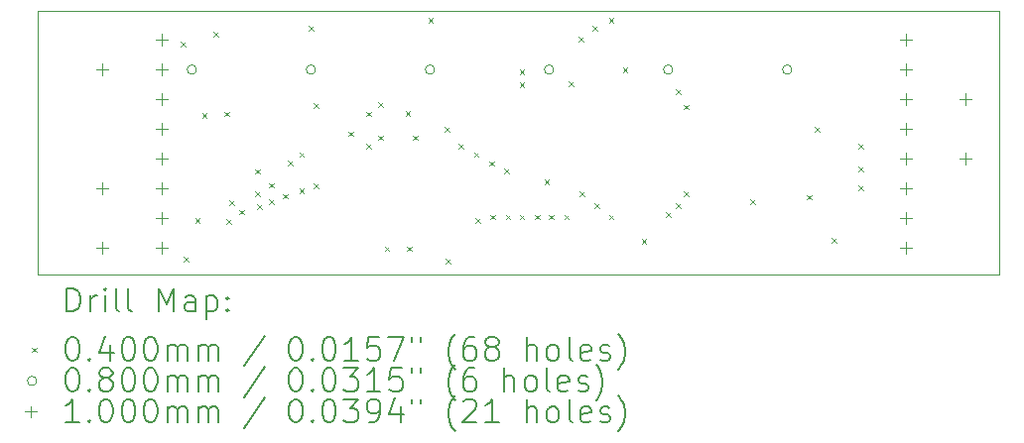
<source format=gbr>
%TF.GenerationSoftware,KiCad,Pcbnew,6.0.8-f2edbf62ab~116~ubuntu20.04.1*%
%TF.CreationDate,2022-10-06T15:56:44+01:00*%
%TF.ProjectId,slrm,736c726d-2e6b-4696-9361-645f70636258,rev?*%
%TF.SameCoordinates,Original*%
%TF.FileFunction,Drillmap*%
%TF.FilePolarity,Positive*%
%FSLAX45Y45*%
G04 Gerber Fmt 4.5, Leading zero omitted, Abs format (unit mm)*
G04 Created by KiCad (PCBNEW 6.0.8-f2edbf62ab~116~ubuntu20.04.1) date 2022-10-06 15:56:44*
%MOMM*%
%LPD*%
G01*
G04 APERTURE LIST*
%ADD10C,0.100000*%
%ADD11C,0.200000*%
%ADD12C,0.040000*%
%ADD13C,0.080000*%
G04 APERTURE END LIST*
D10*
X10873569Y-8392145D02*
X19078802Y-8392145D01*
X19078802Y-8392145D02*
X19078802Y-10640810D01*
X19078802Y-10640810D02*
X10873569Y-10640810D01*
X10873569Y-10640810D02*
X10873569Y-8392145D01*
D11*
D12*
X12099550Y-8650000D02*
X12139550Y-8690000D01*
X12139550Y-8650000D02*
X12099550Y-8690000D01*
X12120000Y-10490000D02*
X12160000Y-10530000D01*
X12160000Y-10490000D02*
X12120000Y-10530000D01*
X12220000Y-10160000D02*
X12260000Y-10200000D01*
X12260000Y-10160000D02*
X12220000Y-10200000D01*
X12280000Y-9260000D02*
X12320000Y-9300000D01*
X12320000Y-9260000D02*
X12280000Y-9300000D01*
X12380000Y-8570000D02*
X12420000Y-8610000D01*
X12420000Y-8570000D02*
X12380000Y-8610000D01*
X12470000Y-9250000D02*
X12510000Y-9290000D01*
X12510000Y-9250000D02*
X12470000Y-9290000D01*
X12490000Y-10170000D02*
X12530000Y-10210000D01*
X12530000Y-10170000D02*
X12490000Y-10210000D01*
X12514506Y-10004900D02*
X12554506Y-10044900D01*
X12554506Y-10004900D02*
X12514506Y-10044900D01*
X12600000Y-10087550D02*
X12640000Y-10127550D01*
X12640000Y-10087550D02*
X12600000Y-10127550D01*
X12730000Y-9740000D02*
X12770000Y-9780000D01*
X12770000Y-9740000D02*
X12730000Y-9780000D01*
X12730000Y-9932450D02*
X12770000Y-9972450D01*
X12770000Y-9932450D02*
X12730000Y-9972450D01*
X12750000Y-10042550D02*
X12790000Y-10082550D01*
X12790000Y-10042550D02*
X12750000Y-10082550D01*
X12850000Y-9860000D02*
X12890000Y-9900000D01*
X12890000Y-9860000D02*
X12850000Y-9900000D01*
X12850000Y-9997550D02*
X12890000Y-10037550D01*
X12890000Y-9997550D02*
X12850000Y-10037550D01*
X12970000Y-9952550D02*
X13010000Y-9992550D01*
X13010000Y-9952550D02*
X12970000Y-9992550D01*
X13010000Y-9670000D02*
X13050000Y-9710000D01*
X13050000Y-9670000D02*
X13010000Y-9710000D01*
X13110000Y-9597550D02*
X13150000Y-9637550D01*
X13150000Y-9597550D02*
X13110000Y-9637550D01*
X13110000Y-9907550D02*
X13150000Y-9947550D01*
X13150000Y-9907550D02*
X13110000Y-9947550D01*
X13190000Y-8517550D02*
X13230000Y-8557550D01*
X13230000Y-8517550D02*
X13190000Y-8557550D01*
X13230000Y-9177550D02*
X13270000Y-9217550D01*
X13270000Y-9177550D02*
X13230000Y-9217550D01*
X13230000Y-9862550D02*
X13270000Y-9902550D01*
X13270000Y-9862550D02*
X13230000Y-9902550D01*
X13530000Y-9420000D02*
X13570000Y-9460000D01*
X13570000Y-9420000D02*
X13530000Y-9460000D01*
X13680000Y-9250000D02*
X13720000Y-9290000D01*
X13720000Y-9250000D02*
X13680000Y-9290000D01*
X13680000Y-9525100D02*
X13720000Y-9565100D01*
X13720000Y-9525100D02*
X13680000Y-9565100D01*
X13780000Y-9170000D02*
X13820000Y-9210000D01*
X13820000Y-9170000D02*
X13780000Y-9210000D01*
X13780000Y-9452650D02*
X13820000Y-9492650D01*
X13820000Y-9452650D02*
X13780000Y-9492650D01*
X13838568Y-10400595D02*
X13878568Y-10440595D01*
X13878568Y-10400595D02*
X13838568Y-10440595D01*
X14015000Y-9245000D02*
X14055000Y-9285000D01*
X14055000Y-9245000D02*
X14015000Y-9285000D01*
X14030000Y-10400000D02*
X14070000Y-10440000D01*
X14070000Y-10400000D02*
X14030000Y-10440000D01*
X14080000Y-9452650D02*
X14120000Y-9492650D01*
X14120000Y-9452650D02*
X14080000Y-9492650D01*
X14210000Y-8447550D02*
X14250000Y-8487550D01*
X14250000Y-8447550D02*
X14210000Y-8487550D01*
X14350000Y-9380000D02*
X14390000Y-9420000D01*
X14390000Y-9380000D02*
X14350000Y-9420000D01*
X14360000Y-10510000D02*
X14400000Y-10550000D01*
X14400000Y-10510000D02*
X14360000Y-10550000D01*
X14470000Y-9525100D02*
X14510000Y-9565100D01*
X14510000Y-9525100D02*
X14470000Y-9565100D01*
X14600000Y-9597550D02*
X14640000Y-9637550D01*
X14640000Y-9597550D02*
X14600000Y-9637550D01*
X14610000Y-10160000D02*
X14650000Y-10200000D01*
X14650000Y-10160000D02*
X14610000Y-10200000D01*
X14730000Y-9672550D02*
X14770000Y-9712550D01*
X14770000Y-9672550D02*
X14730000Y-9712550D01*
X14740000Y-10130000D02*
X14780000Y-10170000D01*
X14780000Y-10130000D02*
X14740000Y-10170000D01*
X14860000Y-9737550D02*
X14900000Y-9777550D01*
X14900000Y-9737550D02*
X14860000Y-9777550D01*
X14870000Y-10130000D02*
X14910000Y-10170000D01*
X14910000Y-10130000D02*
X14870000Y-10170000D01*
X14990000Y-8890000D02*
X15030000Y-8930000D01*
X15030000Y-8890000D02*
X14990000Y-8930000D01*
X14990000Y-9000000D02*
X15030000Y-9040000D01*
X15030000Y-9000000D02*
X14990000Y-9040000D01*
X14990000Y-10130000D02*
X15030000Y-10170000D01*
X15030000Y-10130000D02*
X14990000Y-10170000D01*
X15120000Y-10130000D02*
X15160000Y-10170000D01*
X15160000Y-10130000D02*
X15120000Y-10170000D01*
X15200000Y-9830000D02*
X15240000Y-9870000D01*
X15240000Y-9830000D02*
X15200000Y-9870000D01*
X15240000Y-10130000D02*
X15280000Y-10170000D01*
X15280000Y-10130000D02*
X15240000Y-10170000D01*
X15370000Y-10130000D02*
X15410000Y-10170000D01*
X15410000Y-10130000D02*
X15370000Y-10170000D01*
X15410000Y-8990000D02*
X15450000Y-9030000D01*
X15450000Y-8990000D02*
X15410000Y-9030000D01*
X15490000Y-8610000D02*
X15530000Y-8650000D01*
X15530000Y-8610000D02*
X15490000Y-8650000D01*
X15500000Y-9930000D02*
X15540000Y-9970000D01*
X15540000Y-9930000D02*
X15500000Y-9970000D01*
X15610000Y-8520000D02*
X15650000Y-8560000D01*
X15650000Y-8520000D02*
X15610000Y-8560000D01*
X15630000Y-10030000D02*
X15670000Y-10070000D01*
X15670000Y-10030000D02*
X15630000Y-10070000D01*
X15750000Y-8450000D02*
X15790000Y-8490000D01*
X15790000Y-8450000D02*
X15750000Y-8490000D01*
X15750000Y-10130000D02*
X15790000Y-10170000D01*
X15790000Y-10130000D02*
X15750000Y-10170000D01*
X15870000Y-8870000D02*
X15910000Y-8910000D01*
X15910000Y-8870000D02*
X15870000Y-8910000D01*
X16030000Y-10340000D02*
X16070000Y-10380000D01*
X16070000Y-10340000D02*
X16030000Y-10380000D01*
X16240000Y-10110000D02*
X16280000Y-10150000D01*
X16280000Y-10110000D02*
X16240000Y-10150000D01*
X16320000Y-9060000D02*
X16360000Y-9100000D01*
X16360000Y-9060000D02*
X16320000Y-9100000D01*
X16320000Y-10030000D02*
X16360000Y-10070000D01*
X16360000Y-10030000D02*
X16320000Y-10070000D01*
X16392450Y-9190000D02*
X16432450Y-9230000D01*
X16432450Y-9190000D02*
X16392450Y-9230000D01*
X16392450Y-9930000D02*
X16432450Y-9970000D01*
X16432450Y-9930000D02*
X16392450Y-9970000D01*
X16960000Y-10000000D02*
X17000000Y-10040000D01*
X17000000Y-10000000D02*
X16960000Y-10040000D01*
X17440000Y-9960000D02*
X17480000Y-10000000D01*
X17480000Y-9960000D02*
X17440000Y-10000000D01*
X17510000Y-9380000D02*
X17550000Y-9420000D01*
X17550000Y-9380000D02*
X17510000Y-9420000D01*
X17650000Y-10330000D02*
X17690000Y-10370000D01*
X17690000Y-10330000D02*
X17650000Y-10370000D01*
X17880000Y-9525050D02*
X17920000Y-9565050D01*
X17920000Y-9525050D02*
X17880000Y-9565050D01*
X17880000Y-9720000D02*
X17920000Y-9760000D01*
X17920000Y-9720000D02*
X17880000Y-9760000D01*
X17880000Y-9880000D02*
X17920000Y-9920000D01*
X17920000Y-9880000D02*
X17880000Y-9920000D01*
D13*
X12232000Y-8890000D02*
G75*
G03*
X12232000Y-8890000I-40000J0D01*
G01*
X13248000Y-8890000D02*
G75*
G03*
X13248000Y-8890000I-40000J0D01*
G01*
X14264000Y-8890000D02*
G75*
G03*
X14264000Y-8890000I-40000J0D01*
G01*
X15280000Y-8890000D02*
G75*
G03*
X15280000Y-8890000I-40000J0D01*
G01*
X16296000Y-8890000D02*
G75*
G03*
X16296000Y-8890000I-40000J0D01*
G01*
X17312000Y-8890000D02*
G75*
G03*
X17312000Y-8890000I-40000J0D01*
G01*
D10*
X11430000Y-8840000D02*
X11430000Y-8940000D01*
X11380000Y-8890000D02*
X11480000Y-8890000D01*
X11430000Y-9856000D02*
X11430000Y-9956000D01*
X11380000Y-9906000D02*
X11480000Y-9906000D01*
X11430000Y-10364000D02*
X11430000Y-10464000D01*
X11380000Y-10414000D02*
X11480000Y-10414000D01*
X11938000Y-8586000D02*
X11938000Y-8686000D01*
X11888000Y-8636000D02*
X11988000Y-8636000D01*
X11938000Y-8840000D02*
X11938000Y-8940000D01*
X11888000Y-8890000D02*
X11988000Y-8890000D01*
X11938000Y-9094000D02*
X11938000Y-9194000D01*
X11888000Y-9144000D02*
X11988000Y-9144000D01*
X11938000Y-9348000D02*
X11938000Y-9448000D01*
X11888000Y-9398000D02*
X11988000Y-9398000D01*
X11938000Y-9602000D02*
X11938000Y-9702000D01*
X11888000Y-9652000D02*
X11988000Y-9652000D01*
X11938000Y-9856000D02*
X11938000Y-9956000D01*
X11888000Y-9906000D02*
X11988000Y-9906000D01*
X11938000Y-10110000D02*
X11938000Y-10210000D01*
X11888000Y-10160000D02*
X11988000Y-10160000D01*
X11938000Y-10364000D02*
X11938000Y-10464000D01*
X11888000Y-10414000D02*
X11988000Y-10414000D01*
X18288000Y-8586000D02*
X18288000Y-8686000D01*
X18238000Y-8636000D02*
X18338000Y-8636000D01*
X18288000Y-8840000D02*
X18288000Y-8940000D01*
X18238000Y-8890000D02*
X18338000Y-8890000D01*
X18288000Y-9094000D02*
X18288000Y-9194000D01*
X18238000Y-9144000D02*
X18338000Y-9144000D01*
X18288000Y-9348000D02*
X18288000Y-9448000D01*
X18238000Y-9398000D02*
X18338000Y-9398000D01*
X18288000Y-9602000D02*
X18288000Y-9702000D01*
X18238000Y-9652000D02*
X18338000Y-9652000D01*
X18288000Y-9856000D02*
X18288000Y-9956000D01*
X18238000Y-9906000D02*
X18338000Y-9906000D01*
X18288000Y-10110000D02*
X18288000Y-10210000D01*
X18238000Y-10160000D02*
X18338000Y-10160000D01*
X18288000Y-10364000D02*
X18288000Y-10464000D01*
X18238000Y-10414000D02*
X18338000Y-10414000D01*
X18796000Y-9094000D02*
X18796000Y-9194000D01*
X18746000Y-9144000D02*
X18846000Y-9144000D01*
X18796000Y-9602000D02*
X18796000Y-9702000D01*
X18746000Y-9652000D02*
X18846000Y-9652000D01*
D11*
X11126188Y-10956286D02*
X11126188Y-10756286D01*
X11173807Y-10756286D01*
X11202379Y-10765810D01*
X11221426Y-10784857D01*
X11230950Y-10803905D01*
X11240474Y-10842000D01*
X11240474Y-10870572D01*
X11230950Y-10908667D01*
X11221426Y-10927714D01*
X11202379Y-10946762D01*
X11173807Y-10956286D01*
X11126188Y-10956286D01*
X11326188Y-10956286D02*
X11326188Y-10822952D01*
X11326188Y-10861048D02*
X11335712Y-10842000D01*
X11345236Y-10832476D01*
X11364284Y-10822952D01*
X11383331Y-10822952D01*
X11449998Y-10956286D02*
X11449998Y-10822952D01*
X11449998Y-10756286D02*
X11440474Y-10765810D01*
X11449998Y-10775333D01*
X11459522Y-10765810D01*
X11449998Y-10756286D01*
X11449998Y-10775333D01*
X11573807Y-10956286D02*
X11554760Y-10946762D01*
X11545236Y-10927714D01*
X11545236Y-10756286D01*
X11678569Y-10956286D02*
X11659522Y-10946762D01*
X11649998Y-10927714D01*
X11649998Y-10756286D01*
X11907141Y-10956286D02*
X11907141Y-10756286D01*
X11973807Y-10899143D01*
X12040474Y-10756286D01*
X12040474Y-10956286D01*
X12221426Y-10956286D02*
X12221426Y-10851524D01*
X12211903Y-10832476D01*
X12192855Y-10822952D01*
X12154760Y-10822952D01*
X12135712Y-10832476D01*
X12221426Y-10946762D02*
X12202379Y-10956286D01*
X12154760Y-10956286D01*
X12135712Y-10946762D01*
X12126188Y-10927714D01*
X12126188Y-10908667D01*
X12135712Y-10889619D01*
X12154760Y-10880095D01*
X12202379Y-10880095D01*
X12221426Y-10870572D01*
X12316665Y-10822952D02*
X12316665Y-11022952D01*
X12316665Y-10832476D02*
X12335712Y-10822952D01*
X12373807Y-10822952D01*
X12392855Y-10832476D01*
X12402379Y-10842000D01*
X12411903Y-10861048D01*
X12411903Y-10918191D01*
X12402379Y-10937238D01*
X12392855Y-10946762D01*
X12373807Y-10956286D01*
X12335712Y-10956286D01*
X12316665Y-10946762D01*
X12497617Y-10937238D02*
X12507141Y-10946762D01*
X12497617Y-10956286D01*
X12488093Y-10946762D01*
X12497617Y-10937238D01*
X12497617Y-10956286D01*
X12497617Y-10832476D02*
X12507141Y-10842000D01*
X12497617Y-10851524D01*
X12488093Y-10842000D01*
X12497617Y-10832476D01*
X12497617Y-10851524D01*
D12*
X10828569Y-11265810D02*
X10868569Y-11305810D01*
X10868569Y-11265810D02*
X10828569Y-11305810D01*
D11*
X11164284Y-11176286D02*
X11183331Y-11176286D01*
X11202379Y-11185810D01*
X11211903Y-11195333D01*
X11221426Y-11214381D01*
X11230950Y-11252476D01*
X11230950Y-11300095D01*
X11221426Y-11338190D01*
X11211903Y-11357238D01*
X11202379Y-11366762D01*
X11183331Y-11376286D01*
X11164284Y-11376286D01*
X11145236Y-11366762D01*
X11135712Y-11357238D01*
X11126188Y-11338190D01*
X11116665Y-11300095D01*
X11116665Y-11252476D01*
X11126188Y-11214381D01*
X11135712Y-11195333D01*
X11145236Y-11185810D01*
X11164284Y-11176286D01*
X11316665Y-11357238D02*
X11326188Y-11366762D01*
X11316665Y-11376286D01*
X11307141Y-11366762D01*
X11316665Y-11357238D01*
X11316665Y-11376286D01*
X11497617Y-11242952D02*
X11497617Y-11376286D01*
X11449998Y-11166762D02*
X11402379Y-11309619D01*
X11526188Y-11309619D01*
X11640474Y-11176286D02*
X11659522Y-11176286D01*
X11678569Y-11185810D01*
X11688093Y-11195333D01*
X11697617Y-11214381D01*
X11707141Y-11252476D01*
X11707141Y-11300095D01*
X11697617Y-11338190D01*
X11688093Y-11357238D01*
X11678569Y-11366762D01*
X11659522Y-11376286D01*
X11640474Y-11376286D01*
X11621426Y-11366762D01*
X11611903Y-11357238D01*
X11602379Y-11338190D01*
X11592855Y-11300095D01*
X11592855Y-11252476D01*
X11602379Y-11214381D01*
X11611903Y-11195333D01*
X11621426Y-11185810D01*
X11640474Y-11176286D01*
X11830950Y-11176286D02*
X11849998Y-11176286D01*
X11869045Y-11185810D01*
X11878569Y-11195333D01*
X11888093Y-11214381D01*
X11897617Y-11252476D01*
X11897617Y-11300095D01*
X11888093Y-11338190D01*
X11878569Y-11357238D01*
X11869045Y-11366762D01*
X11849998Y-11376286D01*
X11830950Y-11376286D01*
X11811903Y-11366762D01*
X11802379Y-11357238D01*
X11792855Y-11338190D01*
X11783331Y-11300095D01*
X11783331Y-11252476D01*
X11792855Y-11214381D01*
X11802379Y-11195333D01*
X11811903Y-11185810D01*
X11830950Y-11176286D01*
X11983331Y-11376286D02*
X11983331Y-11242952D01*
X11983331Y-11262000D02*
X11992855Y-11252476D01*
X12011903Y-11242952D01*
X12040474Y-11242952D01*
X12059522Y-11252476D01*
X12069045Y-11271524D01*
X12069045Y-11376286D01*
X12069045Y-11271524D02*
X12078569Y-11252476D01*
X12097617Y-11242952D01*
X12126188Y-11242952D01*
X12145236Y-11252476D01*
X12154760Y-11271524D01*
X12154760Y-11376286D01*
X12249998Y-11376286D02*
X12249998Y-11242952D01*
X12249998Y-11262000D02*
X12259522Y-11252476D01*
X12278569Y-11242952D01*
X12307141Y-11242952D01*
X12326188Y-11252476D01*
X12335712Y-11271524D01*
X12335712Y-11376286D01*
X12335712Y-11271524D02*
X12345236Y-11252476D01*
X12364284Y-11242952D01*
X12392855Y-11242952D01*
X12411903Y-11252476D01*
X12421426Y-11271524D01*
X12421426Y-11376286D01*
X12811903Y-11166762D02*
X12640474Y-11423905D01*
X13069045Y-11176286D02*
X13088093Y-11176286D01*
X13107141Y-11185810D01*
X13116665Y-11195333D01*
X13126188Y-11214381D01*
X13135712Y-11252476D01*
X13135712Y-11300095D01*
X13126188Y-11338190D01*
X13116665Y-11357238D01*
X13107141Y-11366762D01*
X13088093Y-11376286D01*
X13069045Y-11376286D01*
X13049998Y-11366762D01*
X13040474Y-11357238D01*
X13030950Y-11338190D01*
X13021426Y-11300095D01*
X13021426Y-11252476D01*
X13030950Y-11214381D01*
X13040474Y-11195333D01*
X13049998Y-11185810D01*
X13069045Y-11176286D01*
X13221426Y-11357238D02*
X13230950Y-11366762D01*
X13221426Y-11376286D01*
X13211903Y-11366762D01*
X13221426Y-11357238D01*
X13221426Y-11376286D01*
X13354760Y-11176286D02*
X13373807Y-11176286D01*
X13392855Y-11185810D01*
X13402379Y-11195333D01*
X13411903Y-11214381D01*
X13421426Y-11252476D01*
X13421426Y-11300095D01*
X13411903Y-11338190D01*
X13402379Y-11357238D01*
X13392855Y-11366762D01*
X13373807Y-11376286D01*
X13354760Y-11376286D01*
X13335712Y-11366762D01*
X13326188Y-11357238D01*
X13316665Y-11338190D01*
X13307141Y-11300095D01*
X13307141Y-11252476D01*
X13316665Y-11214381D01*
X13326188Y-11195333D01*
X13335712Y-11185810D01*
X13354760Y-11176286D01*
X13611903Y-11376286D02*
X13497617Y-11376286D01*
X13554760Y-11376286D02*
X13554760Y-11176286D01*
X13535712Y-11204857D01*
X13516665Y-11223905D01*
X13497617Y-11233429D01*
X13792855Y-11176286D02*
X13697617Y-11176286D01*
X13688093Y-11271524D01*
X13697617Y-11262000D01*
X13716665Y-11252476D01*
X13764284Y-11252476D01*
X13783331Y-11262000D01*
X13792855Y-11271524D01*
X13802379Y-11290571D01*
X13802379Y-11338190D01*
X13792855Y-11357238D01*
X13783331Y-11366762D01*
X13764284Y-11376286D01*
X13716665Y-11376286D01*
X13697617Y-11366762D01*
X13688093Y-11357238D01*
X13869045Y-11176286D02*
X14002379Y-11176286D01*
X13916665Y-11376286D01*
X14069045Y-11176286D02*
X14069045Y-11214381D01*
X14145236Y-11176286D02*
X14145236Y-11214381D01*
X14440474Y-11452476D02*
X14430950Y-11442952D01*
X14411903Y-11414381D01*
X14402379Y-11395333D01*
X14392855Y-11366762D01*
X14383331Y-11319143D01*
X14383331Y-11281048D01*
X14392855Y-11233429D01*
X14402379Y-11204857D01*
X14411903Y-11185810D01*
X14430950Y-11157238D01*
X14440474Y-11147714D01*
X14602379Y-11176286D02*
X14564284Y-11176286D01*
X14545236Y-11185810D01*
X14535712Y-11195333D01*
X14516665Y-11223905D01*
X14507141Y-11262000D01*
X14507141Y-11338190D01*
X14516665Y-11357238D01*
X14526188Y-11366762D01*
X14545236Y-11376286D01*
X14583331Y-11376286D01*
X14602379Y-11366762D01*
X14611903Y-11357238D01*
X14621426Y-11338190D01*
X14621426Y-11290571D01*
X14611903Y-11271524D01*
X14602379Y-11262000D01*
X14583331Y-11252476D01*
X14545236Y-11252476D01*
X14526188Y-11262000D01*
X14516665Y-11271524D01*
X14507141Y-11290571D01*
X14735712Y-11262000D02*
X14716665Y-11252476D01*
X14707141Y-11242952D01*
X14697617Y-11223905D01*
X14697617Y-11214381D01*
X14707141Y-11195333D01*
X14716665Y-11185810D01*
X14735712Y-11176286D01*
X14773807Y-11176286D01*
X14792855Y-11185810D01*
X14802379Y-11195333D01*
X14811903Y-11214381D01*
X14811903Y-11223905D01*
X14802379Y-11242952D01*
X14792855Y-11252476D01*
X14773807Y-11262000D01*
X14735712Y-11262000D01*
X14716665Y-11271524D01*
X14707141Y-11281048D01*
X14697617Y-11300095D01*
X14697617Y-11338190D01*
X14707141Y-11357238D01*
X14716665Y-11366762D01*
X14735712Y-11376286D01*
X14773807Y-11376286D01*
X14792855Y-11366762D01*
X14802379Y-11357238D01*
X14811903Y-11338190D01*
X14811903Y-11300095D01*
X14802379Y-11281048D01*
X14792855Y-11271524D01*
X14773807Y-11262000D01*
X15049998Y-11376286D02*
X15049998Y-11176286D01*
X15135712Y-11376286D02*
X15135712Y-11271524D01*
X15126188Y-11252476D01*
X15107141Y-11242952D01*
X15078569Y-11242952D01*
X15059522Y-11252476D01*
X15049998Y-11262000D01*
X15259522Y-11376286D02*
X15240474Y-11366762D01*
X15230950Y-11357238D01*
X15221426Y-11338190D01*
X15221426Y-11281048D01*
X15230950Y-11262000D01*
X15240474Y-11252476D01*
X15259522Y-11242952D01*
X15288093Y-11242952D01*
X15307141Y-11252476D01*
X15316665Y-11262000D01*
X15326188Y-11281048D01*
X15326188Y-11338190D01*
X15316665Y-11357238D01*
X15307141Y-11366762D01*
X15288093Y-11376286D01*
X15259522Y-11376286D01*
X15440474Y-11376286D02*
X15421426Y-11366762D01*
X15411903Y-11347714D01*
X15411903Y-11176286D01*
X15592855Y-11366762D02*
X15573807Y-11376286D01*
X15535712Y-11376286D01*
X15516665Y-11366762D01*
X15507141Y-11347714D01*
X15507141Y-11271524D01*
X15516665Y-11252476D01*
X15535712Y-11242952D01*
X15573807Y-11242952D01*
X15592855Y-11252476D01*
X15602379Y-11271524D01*
X15602379Y-11290571D01*
X15507141Y-11309619D01*
X15678569Y-11366762D02*
X15697617Y-11376286D01*
X15735712Y-11376286D01*
X15754760Y-11366762D01*
X15764284Y-11347714D01*
X15764284Y-11338190D01*
X15754760Y-11319143D01*
X15735712Y-11309619D01*
X15707141Y-11309619D01*
X15688093Y-11300095D01*
X15678569Y-11281048D01*
X15678569Y-11271524D01*
X15688093Y-11252476D01*
X15707141Y-11242952D01*
X15735712Y-11242952D01*
X15754760Y-11252476D01*
X15830950Y-11452476D02*
X15840474Y-11442952D01*
X15859522Y-11414381D01*
X15869045Y-11395333D01*
X15878569Y-11366762D01*
X15888093Y-11319143D01*
X15888093Y-11281048D01*
X15878569Y-11233429D01*
X15869045Y-11204857D01*
X15859522Y-11185810D01*
X15840474Y-11157238D01*
X15830950Y-11147714D01*
D13*
X10868569Y-11549810D02*
G75*
G03*
X10868569Y-11549810I-40000J0D01*
G01*
D11*
X11164284Y-11440286D02*
X11183331Y-11440286D01*
X11202379Y-11449810D01*
X11211903Y-11459333D01*
X11221426Y-11478381D01*
X11230950Y-11516476D01*
X11230950Y-11564095D01*
X11221426Y-11602190D01*
X11211903Y-11621238D01*
X11202379Y-11630762D01*
X11183331Y-11640286D01*
X11164284Y-11640286D01*
X11145236Y-11630762D01*
X11135712Y-11621238D01*
X11126188Y-11602190D01*
X11116665Y-11564095D01*
X11116665Y-11516476D01*
X11126188Y-11478381D01*
X11135712Y-11459333D01*
X11145236Y-11449810D01*
X11164284Y-11440286D01*
X11316665Y-11621238D02*
X11326188Y-11630762D01*
X11316665Y-11640286D01*
X11307141Y-11630762D01*
X11316665Y-11621238D01*
X11316665Y-11640286D01*
X11440474Y-11526000D02*
X11421426Y-11516476D01*
X11411903Y-11506952D01*
X11402379Y-11487905D01*
X11402379Y-11478381D01*
X11411903Y-11459333D01*
X11421426Y-11449810D01*
X11440474Y-11440286D01*
X11478569Y-11440286D01*
X11497617Y-11449810D01*
X11507141Y-11459333D01*
X11516665Y-11478381D01*
X11516665Y-11487905D01*
X11507141Y-11506952D01*
X11497617Y-11516476D01*
X11478569Y-11526000D01*
X11440474Y-11526000D01*
X11421426Y-11535524D01*
X11411903Y-11545048D01*
X11402379Y-11564095D01*
X11402379Y-11602190D01*
X11411903Y-11621238D01*
X11421426Y-11630762D01*
X11440474Y-11640286D01*
X11478569Y-11640286D01*
X11497617Y-11630762D01*
X11507141Y-11621238D01*
X11516665Y-11602190D01*
X11516665Y-11564095D01*
X11507141Y-11545048D01*
X11497617Y-11535524D01*
X11478569Y-11526000D01*
X11640474Y-11440286D02*
X11659522Y-11440286D01*
X11678569Y-11449810D01*
X11688093Y-11459333D01*
X11697617Y-11478381D01*
X11707141Y-11516476D01*
X11707141Y-11564095D01*
X11697617Y-11602190D01*
X11688093Y-11621238D01*
X11678569Y-11630762D01*
X11659522Y-11640286D01*
X11640474Y-11640286D01*
X11621426Y-11630762D01*
X11611903Y-11621238D01*
X11602379Y-11602190D01*
X11592855Y-11564095D01*
X11592855Y-11516476D01*
X11602379Y-11478381D01*
X11611903Y-11459333D01*
X11621426Y-11449810D01*
X11640474Y-11440286D01*
X11830950Y-11440286D02*
X11849998Y-11440286D01*
X11869045Y-11449810D01*
X11878569Y-11459333D01*
X11888093Y-11478381D01*
X11897617Y-11516476D01*
X11897617Y-11564095D01*
X11888093Y-11602190D01*
X11878569Y-11621238D01*
X11869045Y-11630762D01*
X11849998Y-11640286D01*
X11830950Y-11640286D01*
X11811903Y-11630762D01*
X11802379Y-11621238D01*
X11792855Y-11602190D01*
X11783331Y-11564095D01*
X11783331Y-11516476D01*
X11792855Y-11478381D01*
X11802379Y-11459333D01*
X11811903Y-11449810D01*
X11830950Y-11440286D01*
X11983331Y-11640286D02*
X11983331Y-11506952D01*
X11983331Y-11526000D02*
X11992855Y-11516476D01*
X12011903Y-11506952D01*
X12040474Y-11506952D01*
X12059522Y-11516476D01*
X12069045Y-11535524D01*
X12069045Y-11640286D01*
X12069045Y-11535524D02*
X12078569Y-11516476D01*
X12097617Y-11506952D01*
X12126188Y-11506952D01*
X12145236Y-11516476D01*
X12154760Y-11535524D01*
X12154760Y-11640286D01*
X12249998Y-11640286D02*
X12249998Y-11506952D01*
X12249998Y-11526000D02*
X12259522Y-11516476D01*
X12278569Y-11506952D01*
X12307141Y-11506952D01*
X12326188Y-11516476D01*
X12335712Y-11535524D01*
X12335712Y-11640286D01*
X12335712Y-11535524D02*
X12345236Y-11516476D01*
X12364284Y-11506952D01*
X12392855Y-11506952D01*
X12411903Y-11516476D01*
X12421426Y-11535524D01*
X12421426Y-11640286D01*
X12811903Y-11430762D02*
X12640474Y-11687905D01*
X13069045Y-11440286D02*
X13088093Y-11440286D01*
X13107141Y-11449810D01*
X13116665Y-11459333D01*
X13126188Y-11478381D01*
X13135712Y-11516476D01*
X13135712Y-11564095D01*
X13126188Y-11602190D01*
X13116665Y-11621238D01*
X13107141Y-11630762D01*
X13088093Y-11640286D01*
X13069045Y-11640286D01*
X13049998Y-11630762D01*
X13040474Y-11621238D01*
X13030950Y-11602190D01*
X13021426Y-11564095D01*
X13021426Y-11516476D01*
X13030950Y-11478381D01*
X13040474Y-11459333D01*
X13049998Y-11449810D01*
X13069045Y-11440286D01*
X13221426Y-11621238D02*
X13230950Y-11630762D01*
X13221426Y-11640286D01*
X13211903Y-11630762D01*
X13221426Y-11621238D01*
X13221426Y-11640286D01*
X13354760Y-11440286D02*
X13373807Y-11440286D01*
X13392855Y-11449810D01*
X13402379Y-11459333D01*
X13411903Y-11478381D01*
X13421426Y-11516476D01*
X13421426Y-11564095D01*
X13411903Y-11602190D01*
X13402379Y-11621238D01*
X13392855Y-11630762D01*
X13373807Y-11640286D01*
X13354760Y-11640286D01*
X13335712Y-11630762D01*
X13326188Y-11621238D01*
X13316665Y-11602190D01*
X13307141Y-11564095D01*
X13307141Y-11516476D01*
X13316665Y-11478381D01*
X13326188Y-11459333D01*
X13335712Y-11449810D01*
X13354760Y-11440286D01*
X13488093Y-11440286D02*
X13611903Y-11440286D01*
X13545236Y-11516476D01*
X13573807Y-11516476D01*
X13592855Y-11526000D01*
X13602379Y-11535524D01*
X13611903Y-11554571D01*
X13611903Y-11602190D01*
X13602379Y-11621238D01*
X13592855Y-11630762D01*
X13573807Y-11640286D01*
X13516665Y-11640286D01*
X13497617Y-11630762D01*
X13488093Y-11621238D01*
X13802379Y-11640286D02*
X13688093Y-11640286D01*
X13745236Y-11640286D02*
X13745236Y-11440286D01*
X13726188Y-11468857D01*
X13707141Y-11487905D01*
X13688093Y-11497429D01*
X13983331Y-11440286D02*
X13888093Y-11440286D01*
X13878569Y-11535524D01*
X13888093Y-11526000D01*
X13907141Y-11516476D01*
X13954760Y-11516476D01*
X13973807Y-11526000D01*
X13983331Y-11535524D01*
X13992855Y-11554571D01*
X13992855Y-11602190D01*
X13983331Y-11621238D01*
X13973807Y-11630762D01*
X13954760Y-11640286D01*
X13907141Y-11640286D01*
X13888093Y-11630762D01*
X13878569Y-11621238D01*
X14069045Y-11440286D02*
X14069045Y-11478381D01*
X14145236Y-11440286D02*
X14145236Y-11478381D01*
X14440474Y-11716476D02*
X14430950Y-11706952D01*
X14411903Y-11678381D01*
X14402379Y-11659333D01*
X14392855Y-11630762D01*
X14383331Y-11583143D01*
X14383331Y-11545048D01*
X14392855Y-11497429D01*
X14402379Y-11468857D01*
X14411903Y-11449810D01*
X14430950Y-11421238D01*
X14440474Y-11411714D01*
X14602379Y-11440286D02*
X14564284Y-11440286D01*
X14545236Y-11449810D01*
X14535712Y-11459333D01*
X14516665Y-11487905D01*
X14507141Y-11526000D01*
X14507141Y-11602190D01*
X14516665Y-11621238D01*
X14526188Y-11630762D01*
X14545236Y-11640286D01*
X14583331Y-11640286D01*
X14602379Y-11630762D01*
X14611903Y-11621238D01*
X14621426Y-11602190D01*
X14621426Y-11554571D01*
X14611903Y-11535524D01*
X14602379Y-11526000D01*
X14583331Y-11516476D01*
X14545236Y-11516476D01*
X14526188Y-11526000D01*
X14516665Y-11535524D01*
X14507141Y-11554571D01*
X14859522Y-11640286D02*
X14859522Y-11440286D01*
X14945236Y-11640286D02*
X14945236Y-11535524D01*
X14935712Y-11516476D01*
X14916665Y-11506952D01*
X14888093Y-11506952D01*
X14869045Y-11516476D01*
X14859522Y-11526000D01*
X15069045Y-11640286D02*
X15049998Y-11630762D01*
X15040474Y-11621238D01*
X15030950Y-11602190D01*
X15030950Y-11545048D01*
X15040474Y-11526000D01*
X15049998Y-11516476D01*
X15069045Y-11506952D01*
X15097617Y-11506952D01*
X15116665Y-11516476D01*
X15126188Y-11526000D01*
X15135712Y-11545048D01*
X15135712Y-11602190D01*
X15126188Y-11621238D01*
X15116665Y-11630762D01*
X15097617Y-11640286D01*
X15069045Y-11640286D01*
X15249998Y-11640286D02*
X15230950Y-11630762D01*
X15221426Y-11611714D01*
X15221426Y-11440286D01*
X15402379Y-11630762D02*
X15383331Y-11640286D01*
X15345236Y-11640286D01*
X15326188Y-11630762D01*
X15316665Y-11611714D01*
X15316665Y-11535524D01*
X15326188Y-11516476D01*
X15345236Y-11506952D01*
X15383331Y-11506952D01*
X15402379Y-11516476D01*
X15411903Y-11535524D01*
X15411903Y-11554571D01*
X15316665Y-11573619D01*
X15488093Y-11630762D02*
X15507141Y-11640286D01*
X15545236Y-11640286D01*
X15564284Y-11630762D01*
X15573807Y-11611714D01*
X15573807Y-11602190D01*
X15564284Y-11583143D01*
X15545236Y-11573619D01*
X15516665Y-11573619D01*
X15497617Y-11564095D01*
X15488093Y-11545048D01*
X15488093Y-11535524D01*
X15497617Y-11516476D01*
X15516665Y-11506952D01*
X15545236Y-11506952D01*
X15564284Y-11516476D01*
X15640474Y-11716476D02*
X15649998Y-11706952D01*
X15669045Y-11678381D01*
X15678569Y-11659333D01*
X15688093Y-11630762D01*
X15697617Y-11583143D01*
X15697617Y-11545048D01*
X15688093Y-11497429D01*
X15678569Y-11468857D01*
X15669045Y-11449810D01*
X15649998Y-11421238D01*
X15640474Y-11411714D01*
D10*
X10818569Y-11763810D02*
X10818569Y-11863810D01*
X10768569Y-11813810D02*
X10868569Y-11813810D01*
D11*
X11230950Y-11904286D02*
X11116665Y-11904286D01*
X11173807Y-11904286D02*
X11173807Y-11704286D01*
X11154760Y-11732857D01*
X11135712Y-11751905D01*
X11116665Y-11761429D01*
X11316665Y-11885238D02*
X11326188Y-11894762D01*
X11316665Y-11904286D01*
X11307141Y-11894762D01*
X11316665Y-11885238D01*
X11316665Y-11904286D01*
X11449998Y-11704286D02*
X11469045Y-11704286D01*
X11488093Y-11713810D01*
X11497617Y-11723333D01*
X11507141Y-11742381D01*
X11516665Y-11780476D01*
X11516665Y-11828095D01*
X11507141Y-11866190D01*
X11497617Y-11885238D01*
X11488093Y-11894762D01*
X11469045Y-11904286D01*
X11449998Y-11904286D01*
X11430950Y-11894762D01*
X11421426Y-11885238D01*
X11411903Y-11866190D01*
X11402379Y-11828095D01*
X11402379Y-11780476D01*
X11411903Y-11742381D01*
X11421426Y-11723333D01*
X11430950Y-11713810D01*
X11449998Y-11704286D01*
X11640474Y-11704286D02*
X11659522Y-11704286D01*
X11678569Y-11713810D01*
X11688093Y-11723333D01*
X11697617Y-11742381D01*
X11707141Y-11780476D01*
X11707141Y-11828095D01*
X11697617Y-11866190D01*
X11688093Y-11885238D01*
X11678569Y-11894762D01*
X11659522Y-11904286D01*
X11640474Y-11904286D01*
X11621426Y-11894762D01*
X11611903Y-11885238D01*
X11602379Y-11866190D01*
X11592855Y-11828095D01*
X11592855Y-11780476D01*
X11602379Y-11742381D01*
X11611903Y-11723333D01*
X11621426Y-11713810D01*
X11640474Y-11704286D01*
X11830950Y-11704286D02*
X11849998Y-11704286D01*
X11869045Y-11713810D01*
X11878569Y-11723333D01*
X11888093Y-11742381D01*
X11897617Y-11780476D01*
X11897617Y-11828095D01*
X11888093Y-11866190D01*
X11878569Y-11885238D01*
X11869045Y-11894762D01*
X11849998Y-11904286D01*
X11830950Y-11904286D01*
X11811903Y-11894762D01*
X11802379Y-11885238D01*
X11792855Y-11866190D01*
X11783331Y-11828095D01*
X11783331Y-11780476D01*
X11792855Y-11742381D01*
X11802379Y-11723333D01*
X11811903Y-11713810D01*
X11830950Y-11704286D01*
X11983331Y-11904286D02*
X11983331Y-11770952D01*
X11983331Y-11790000D02*
X11992855Y-11780476D01*
X12011903Y-11770952D01*
X12040474Y-11770952D01*
X12059522Y-11780476D01*
X12069045Y-11799524D01*
X12069045Y-11904286D01*
X12069045Y-11799524D02*
X12078569Y-11780476D01*
X12097617Y-11770952D01*
X12126188Y-11770952D01*
X12145236Y-11780476D01*
X12154760Y-11799524D01*
X12154760Y-11904286D01*
X12249998Y-11904286D02*
X12249998Y-11770952D01*
X12249998Y-11790000D02*
X12259522Y-11780476D01*
X12278569Y-11770952D01*
X12307141Y-11770952D01*
X12326188Y-11780476D01*
X12335712Y-11799524D01*
X12335712Y-11904286D01*
X12335712Y-11799524D02*
X12345236Y-11780476D01*
X12364284Y-11770952D01*
X12392855Y-11770952D01*
X12411903Y-11780476D01*
X12421426Y-11799524D01*
X12421426Y-11904286D01*
X12811903Y-11694762D02*
X12640474Y-11951905D01*
X13069045Y-11704286D02*
X13088093Y-11704286D01*
X13107141Y-11713810D01*
X13116665Y-11723333D01*
X13126188Y-11742381D01*
X13135712Y-11780476D01*
X13135712Y-11828095D01*
X13126188Y-11866190D01*
X13116665Y-11885238D01*
X13107141Y-11894762D01*
X13088093Y-11904286D01*
X13069045Y-11904286D01*
X13049998Y-11894762D01*
X13040474Y-11885238D01*
X13030950Y-11866190D01*
X13021426Y-11828095D01*
X13021426Y-11780476D01*
X13030950Y-11742381D01*
X13040474Y-11723333D01*
X13049998Y-11713810D01*
X13069045Y-11704286D01*
X13221426Y-11885238D02*
X13230950Y-11894762D01*
X13221426Y-11904286D01*
X13211903Y-11894762D01*
X13221426Y-11885238D01*
X13221426Y-11904286D01*
X13354760Y-11704286D02*
X13373807Y-11704286D01*
X13392855Y-11713810D01*
X13402379Y-11723333D01*
X13411903Y-11742381D01*
X13421426Y-11780476D01*
X13421426Y-11828095D01*
X13411903Y-11866190D01*
X13402379Y-11885238D01*
X13392855Y-11894762D01*
X13373807Y-11904286D01*
X13354760Y-11904286D01*
X13335712Y-11894762D01*
X13326188Y-11885238D01*
X13316665Y-11866190D01*
X13307141Y-11828095D01*
X13307141Y-11780476D01*
X13316665Y-11742381D01*
X13326188Y-11723333D01*
X13335712Y-11713810D01*
X13354760Y-11704286D01*
X13488093Y-11704286D02*
X13611903Y-11704286D01*
X13545236Y-11780476D01*
X13573807Y-11780476D01*
X13592855Y-11790000D01*
X13602379Y-11799524D01*
X13611903Y-11818571D01*
X13611903Y-11866190D01*
X13602379Y-11885238D01*
X13592855Y-11894762D01*
X13573807Y-11904286D01*
X13516665Y-11904286D01*
X13497617Y-11894762D01*
X13488093Y-11885238D01*
X13707141Y-11904286D02*
X13745236Y-11904286D01*
X13764284Y-11894762D01*
X13773807Y-11885238D01*
X13792855Y-11856667D01*
X13802379Y-11818571D01*
X13802379Y-11742381D01*
X13792855Y-11723333D01*
X13783331Y-11713810D01*
X13764284Y-11704286D01*
X13726188Y-11704286D01*
X13707141Y-11713810D01*
X13697617Y-11723333D01*
X13688093Y-11742381D01*
X13688093Y-11790000D01*
X13697617Y-11809048D01*
X13707141Y-11818571D01*
X13726188Y-11828095D01*
X13764284Y-11828095D01*
X13783331Y-11818571D01*
X13792855Y-11809048D01*
X13802379Y-11790000D01*
X13973807Y-11770952D02*
X13973807Y-11904286D01*
X13926188Y-11694762D02*
X13878569Y-11837619D01*
X14002379Y-11837619D01*
X14069045Y-11704286D02*
X14069045Y-11742381D01*
X14145236Y-11704286D02*
X14145236Y-11742381D01*
X14440474Y-11980476D02*
X14430950Y-11970952D01*
X14411903Y-11942381D01*
X14402379Y-11923333D01*
X14392855Y-11894762D01*
X14383331Y-11847143D01*
X14383331Y-11809048D01*
X14392855Y-11761429D01*
X14402379Y-11732857D01*
X14411903Y-11713810D01*
X14430950Y-11685238D01*
X14440474Y-11675714D01*
X14507141Y-11723333D02*
X14516665Y-11713810D01*
X14535712Y-11704286D01*
X14583331Y-11704286D01*
X14602379Y-11713810D01*
X14611903Y-11723333D01*
X14621426Y-11742381D01*
X14621426Y-11761429D01*
X14611903Y-11790000D01*
X14497617Y-11904286D01*
X14621426Y-11904286D01*
X14811903Y-11904286D02*
X14697617Y-11904286D01*
X14754760Y-11904286D02*
X14754760Y-11704286D01*
X14735712Y-11732857D01*
X14716665Y-11751905D01*
X14697617Y-11761429D01*
X15049998Y-11904286D02*
X15049998Y-11704286D01*
X15135712Y-11904286D02*
X15135712Y-11799524D01*
X15126188Y-11780476D01*
X15107141Y-11770952D01*
X15078569Y-11770952D01*
X15059522Y-11780476D01*
X15049998Y-11790000D01*
X15259522Y-11904286D02*
X15240474Y-11894762D01*
X15230950Y-11885238D01*
X15221426Y-11866190D01*
X15221426Y-11809048D01*
X15230950Y-11790000D01*
X15240474Y-11780476D01*
X15259522Y-11770952D01*
X15288093Y-11770952D01*
X15307141Y-11780476D01*
X15316665Y-11790000D01*
X15326188Y-11809048D01*
X15326188Y-11866190D01*
X15316665Y-11885238D01*
X15307141Y-11894762D01*
X15288093Y-11904286D01*
X15259522Y-11904286D01*
X15440474Y-11904286D02*
X15421426Y-11894762D01*
X15411903Y-11875714D01*
X15411903Y-11704286D01*
X15592855Y-11894762D02*
X15573807Y-11904286D01*
X15535712Y-11904286D01*
X15516665Y-11894762D01*
X15507141Y-11875714D01*
X15507141Y-11799524D01*
X15516665Y-11780476D01*
X15535712Y-11770952D01*
X15573807Y-11770952D01*
X15592855Y-11780476D01*
X15602379Y-11799524D01*
X15602379Y-11818571D01*
X15507141Y-11837619D01*
X15678569Y-11894762D02*
X15697617Y-11904286D01*
X15735712Y-11904286D01*
X15754760Y-11894762D01*
X15764284Y-11875714D01*
X15764284Y-11866190D01*
X15754760Y-11847143D01*
X15735712Y-11837619D01*
X15707141Y-11837619D01*
X15688093Y-11828095D01*
X15678569Y-11809048D01*
X15678569Y-11799524D01*
X15688093Y-11780476D01*
X15707141Y-11770952D01*
X15735712Y-11770952D01*
X15754760Y-11780476D01*
X15830950Y-11980476D02*
X15840474Y-11970952D01*
X15859522Y-11942381D01*
X15869045Y-11923333D01*
X15878569Y-11894762D01*
X15888093Y-11847143D01*
X15888093Y-11809048D01*
X15878569Y-11761429D01*
X15869045Y-11732857D01*
X15859522Y-11713810D01*
X15840474Y-11685238D01*
X15830950Y-11675714D01*
M02*

</source>
